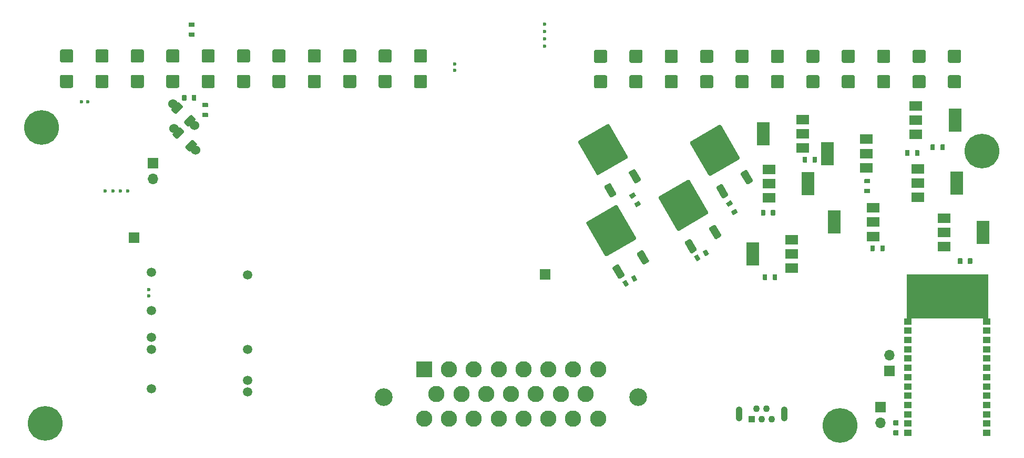
<source format=gts>
G04 #@! TF.GenerationSoftware,KiCad,Pcbnew,8.0.2-8.0.2-0~ubuntu22.04.1*
G04 #@! TF.CreationDate,2024-05-27T17:13:05+00:00*
G04 #@! TF.ProjectId,uaeficopiedtovfr,75616566-6963-46f7-9069-6564746f7666,rev?*
G04 #@! TF.SameCoordinates,Original*
G04 #@! TF.FileFunction,Soldermask,Top*
G04 #@! TF.FilePolarity,Negative*
%FSLAX46Y46*%
G04 Gerber Fmt 4.6, Leading zero omitted, Abs format (unit mm)*
G04 Created by KiCad (PCBNEW 8.0.2-8.0.2-0~ubuntu22.04.1) date 2024-05-27 17:13:05*
%MOMM*%
%LPD*%
G01*
G04 APERTURE LIST*
%ADD10C,0.120000*%
%ADD11R,2.000000X1.500000*%
%ADD12R,2.000000X3.800000*%
%ADD13R,1.700000X1.700000*%
%ADD14C,5.600000*%
%ADD15O,1.700000X1.700000*%
%ADD16C,0.600000*%
%ADD17C,1.500000*%
%ADD18C,2.850000*%
%ADD19R,2.625000X2.625000*%
%ADD20C,2.625000*%
%ADD21R,1.100000X1.100000*%
%ADD22C,1.100000*%
%ADD23O,1.100000X2.400000*%
%ADD24C,1.524000*%
%ADD25R,1.300000X1.000000*%
G04 APERTURE END LIST*
D10*
G04 #@! TO.C,U2*
X156759000Y22030000D02*
X143759000Y22030000D01*
X143759000Y29030000D01*
X156759000Y29030000D01*
X156759000Y22030000D01*
G36*
X156759000Y22030000D02*
G01*
X143759000Y22030000D01*
X143759000Y29030000D01*
X156759000Y29030000D01*
X156759000Y22030000D01*
G37*
G04 #@! TD*
D11*
G04 #@! TO.C,Q7*
X126954000Y49442000D03*
X126954000Y51742000D03*
X126954000Y54042000D03*
D12*
X120654000Y51742000D03*
G04 #@! TD*
G04 #@! TO.C,R32*
G36*
G01*
X149860000Y49943000D02*
X149860000Y49163000D01*
G75*
G02*
X149790000Y49093000I-70000J0D01*
G01*
X149230000Y49093000D01*
G75*
G02*
X149160000Y49163000I0J70000D01*
G01*
X149160000Y49943000D01*
G75*
G02*
X149230000Y50013000I70000J0D01*
G01*
X149790000Y50013000D01*
G75*
G02*
X149860000Y49943000I0J-70000D01*
G01*
G37*
G36*
G01*
X148260000Y49943000D02*
X148260000Y49163000D01*
G75*
G02*
X148190000Y49093000I-70000J0D01*
G01*
X147630000Y49093000D01*
G75*
G02*
X147560000Y49163000I0J70000D01*
G01*
X147560000Y49943000D01*
G75*
G02*
X147630000Y50013000I70000J0D01*
G01*
X148190000Y50013000D01*
G75*
G02*
X148260000Y49943000I0J-70000D01*
G01*
G37*
G04 #@! TD*
G04 #@! TO.C,R31*
G36*
G01*
X143477000Y48236928D02*
X143477000Y49016928D01*
G75*
G02*
X143547000Y49086928I70000J0D01*
G01*
X144107000Y49086928D01*
G75*
G02*
X144177000Y49016928I0J-70000D01*
G01*
X144177000Y48236928D01*
G75*
G02*
X144107000Y48166928I-70000J0D01*
G01*
X143547000Y48166928D01*
G75*
G02*
X143477000Y48236928I0J70000D01*
G01*
G37*
G36*
G01*
X145077000Y48236928D02*
X145077000Y49016928D01*
G75*
G02*
X145147000Y49086928I70000J0D01*
G01*
X145707000Y49086928D01*
G75*
G02*
X145777000Y49016928I0J-70000D01*
G01*
X145777000Y48236928D01*
G75*
G02*
X145707000Y48166928I-70000J0D01*
G01*
X145147000Y48166928D01*
G75*
G02*
X145077000Y48236928I0J70000D01*
G01*
G37*
G04 #@! TD*
G04 #@! TO.C,R29*
G36*
G01*
X137754928Y42142000D02*
X136974928Y42142000D01*
G75*
G02*
X136904928Y42212000I0J70000D01*
G01*
X136904928Y42772000D01*
G75*
G02*
X136974928Y42842000I70000J0D01*
G01*
X137754928Y42842000D01*
G75*
G02*
X137824928Y42772000I0J-70000D01*
G01*
X137824928Y42212000D01*
G75*
G02*
X137754928Y42142000I-70000J0D01*
G01*
G37*
G36*
G01*
X137754928Y43742000D02*
X136974928Y43742000D01*
G75*
G02*
X136904928Y43812000I0J70000D01*
G01*
X136904928Y44372000D01*
G75*
G02*
X136974928Y44442000I70000J0D01*
G01*
X137754928Y44442000D01*
G75*
G02*
X137824928Y44372000I0J-70000D01*
G01*
X137824928Y43812000D01*
G75*
G02*
X137754928Y43742000I-70000J0D01*
G01*
G37*
G04 #@! TD*
D11*
G04 #@! TO.C,Q9*
X125229000Y30059000D03*
X125229000Y32359000D03*
X125229000Y34659000D03*
D12*
X118929000Y32359000D03*
G04 #@! TD*
G04 #@! TO.C,Q1*
G36*
G01*
X114883109Y41670372D02*
X114276891Y41320372D01*
G75*
G02*
X113935385Y41411878I-125000J216506D01*
G01*
X113085385Y42884122D01*
G75*
G02*
X113176891Y43225628I216506J125000D01*
G01*
X113783109Y43575628D01*
G75*
G02*
X114124615Y43484122I125000J-216506D01*
G01*
X114974615Y42011878D01*
G75*
G02*
X114883109Y41670372I-216506J-125000D01*
G01*
G37*
G36*
G01*
X116749508Y47597680D02*
X112159569Y44947677D01*
G75*
G02*
X111818066Y45039182I-124999J216504D01*
G01*
X108868063Y50148737D01*
G75*
G02*
X108959569Y50490240I216504J124999D01*
G01*
X113549508Y53140243D01*
G75*
G02*
X113891010Y53048737I124998J-216504D01*
G01*
X116841013Y47939182D01*
G75*
G02*
X116749508Y47597680I-216504J-124998D01*
G01*
G37*
G36*
G01*
X118832185Y43950372D02*
X118225967Y43600372D01*
G75*
G02*
X117884461Y43691878I-125000J216506D01*
G01*
X117034461Y45164122D01*
G75*
G02*
X117125967Y45505628I216506J125000D01*
G01*
X117732185Y45855628D01*
G75*
G02*
X118073691Y45764122I125000J-216506D01*
G01*
X118923691Y44291878D01*
G75*
G02*
X118832185Y43950372I-216506J-125000D01*
G01*
G37*
G04 #@! TD*
G04 #@! TO.C,Q4*
G36*
G01*
X96852033Y41810372D02*
X96245815Y41460372D01*
G75*
G02*
X95904309Y41551878I-125000J216506D01*
G01*
X95054309Y43024122D01*
G75*
G02*
X95145815Y43365628I216506J125000D01*
G01*
X95752033Y43715628D01*
G75*
G02*
X96093539Y43624122I125000J-216506D01*
G01*
X96943539Y42151878D01*
G75*
G02*
X96852033Y41810372I-216506J-125000D01*
G01*
G37*
G36*
G01*
X98718432Y47737680D02*
X94128493Y45087677D01*
G75*
G02*
X93786990Y45179182I-124999J216504D01*
G01*
X90836987Y50288737D01*
G75*
G02*
X90928493Y50630240I216504J124999D01*
G01*
X95518432Y53280243D01*
G75*
G02*
X95859934Y53188737I124998J-216504D01*
G01*
X98809937Y48079182D01*
G75*
G02*
X98718432Y47737680I-216504J-124998D01*
G01*
G37*
G36*
G01*
X100801109Y44090372D02*
X100194891Y43740372D01*
G75*
G02*
X99853385Y43831878I-125000J216506D01*
G01*
X99003385Y45304122D01*
G75*
G02*
X99094891Y45645628I216506J125000D01*
G01*
X99701109Y45995628D01*
G75*
G02*
X100042615Y45904122I125000J-216506D01*
G01*
X100892615Y44431878D01*
G75*
G02*
X100801109Y44090372I-216506J-125000D01*
G01*
G37*
G04 #@! TD*
G04 #@! TO.C,R1*
G36*
G01*
X28957000Y67393000D02*
X28177000Y67393000D01*
G75*
G02*
X28107000Y67463000I0J70000D01*
G01*
X28107000Y68023000D01*
G75*
G02*
X28177000Y68093000I70000J0D01*
G01*
X28957000Y68093000D01*
G75*
G02*
X29027000Y68023000I0J-70000D01*
G01*
X29027000Y67463000D01*
G75*
G02*
X28957000Y67393000I-70000J0D01*
G01*
G37*
G36*
G01*
X28957000Y68993000D02*
X28177000Y68993000D01*
G75*
G02*
X28107000Y69063000I0J70000D01*
G01*
X28107000Y69623000D01*
G75*
G02*
X28177000Y69693000I70000J0D01*
G01*
X28957000Y69693000D01*
G75*
G02*
X29027000Y69623000I0J-70000D01*
G01*
X29027000Y69063000D01*
G75*
G02*
X28957000Y68993000I-70000J0D01*
G01*
G37*
G04 #@! TD*
D13*
G04 #@! TO.C,VR2*
X85470000Y29045000D03*
G04 #@! TD*
D14*
G04 #@! TO.C,H2*
X4425000Y52731000D03*
G04 #@! TD*
G04 #@! TO.C,H1*
X155885000Y48938000D03*
G04 #@! TD*
D13*
G04 #@! TO.C,JP3*
X139494000Y7635000D03*
D15*
X139494000Y5095000D03*
G04 #@! TD*
G04 #@! TO.C,R30*
G36*
G01*
X140178000Y33631072D02*
X140178000Y32851072D01*
G75*
G02*
X140108000Y32781072I-70000J0D01*
G01*
X139548000Y32781072D01*
G75*
G02*
X139478000Y32851072I0J70000D01*
G01*
X139478000Y33631072D01*
G75*
G02*
X139548000Y33701072I70000J0D01*
G01*
X140108000Y33701072D01*
G75*
G02*
X140178000Y33631072I0J-70000D01*
G01*
G37*
G36*
G01*
X138578000Y33631072D02*
X138578000Y32851072D01*
G75*
G02*
X138508000Y32781072I-70000J0D01*
G01*
X137948000Y32781072D01*
G75*
G02*
X137878000Y32851072I0J70000D01*
G01*
X137878000Y33631072D01*
G75*
G02*
X137948000Y33701072I70000J0D01*
G01*
X138508000Y33701072D01*
G75*
G02*
X138578000Y33631072I0J-70000D01*
G01*
G37*
G04 #@! TD*
D16*
G04 #@! TO.C,M3*
X15867000Y42486000D03*
X14667000Y42486000D03*
X17067000Y42486000D03*
X18267000Y42486000D03*
X11807000Y56911000D03*
X10807000Y56911000D03*
G04 #@! TD*
G04 #@! TO.C,R2*
G36*
G01*
X29314000Y57922000D02*
X29314000Y57142000D01*
G75*
G02*
X29244000Y57072000I-70000J0D01*
G01*
X28684000Y57072000D01*
G75*
G02*
X28614000Y57142000I0J70000D01*
G01*
X28614000Y57922000D01*
G75*
G02*
X28684000Y57992000I70000J0D01*
G01*
X29244000Y57992000D01*
G75*
G02*
X29314000Y57922000I0J-70000D01*
G01*
G37*
G36*
G01*
X27714000Y57922000D02*
X27714000Y57142000D01*
G75*
G02*
X27644000Y57072000I-70000J0D01*
G01*
X27084000Y57072000D01*
G75*
G02*
X27014000Y57142000I0J70000D01*
G01*
X27014000Y57922000D01*
G75*
G02*
X27084000Y57992000I70000J0D01*
G01*
X27644000Y57992000D01*
G75*
G02*
X27714000Y57922000I0J-70000D01*
G01*
G37*
G04 #@! TD*
D11*
G04 #@! TO.C,Q14*
X138324000Y35162000D03*
X138324000Y37462000D03*
X138324000Y39762000D03*
D12*
X132024000Y37462000D03*
G04 #@! TD*
D13*
G04 #@! TO.C,JP2*
X22311000Y46987000D03*
D15*
X22311000Y44447000D03*
G04 #@! TD*
D14*
G04 #@! TO.C,H4*
X5000000Y5000000D03*
G04 #@! TD*
G04 #@! TO.C,Q3*
G36*
G01*
X109796109Y32814372D02*
X109189891Y32464372D01*
G75*
G02*
X108848385Y32555878I-125000J216506D01*
G01*
X107998385Y34028122D01*
G75*
G02*
X108089891Y34369628I216506J125000D01*
G01*
X108696109Y34719628D01*
G75*
G02*
X109037615Y34628122I125000J-216506D01*
G01*
X109887615Y33155878D01*
G75*
G02*
X109796109Y32814372I-216506J-125000D01*
G01*
G37*
G36*
G01*
X111662508Y38741680D02*
X107072569Y36091677D01*
G75*
G02*
X106731066Y36183182I-124999J216504D01*
G01*
X103781063Y41292737D01*
G75*
G02*
X103872569Y41634240I216504J124999D01*
G01*
X108462508Y44284243D01*
G75*
G02*
X108804010Y44192737I124998J-216504D01*
G01*
X111754013Y39083182D01*
G75*
G02*
X111662508Y38741680I-216504J-124998D01*
G01*
G37*
G36*
G01*
X113745185Y35094372D02*
X113138967Y34744372D01*
G75*
G02*
X112797461Y34835878I-125000J216506D01*
G01*
X111947461Y36308122D01*
G75*
G02*
X112038967Y36649628I216506J125000D01*
G01*
X112645185Y36999628D01*
G75*
G02*
X112986691Y36908122I125000J-216506D01*
G01*
X113836691Y35435878D01*
G75*
G02*
X113745185Y35094372I-216506J-125000D01*
G01*
G37*
G04 #@! TD*
D17*
G04 #@! TO.C,M1*
X22089005Y10557001D03*
X22089005Y16956998D03*
X22089005Y18857001D03*
X22089005Y23157001D03*
D16*
X21639006Y25556998D03*
X21639006Y26556999D03*
D17*
X22089005Y29407001D03*
X37589002Y10106999D03*
X37589002Y11956998D03*
X37589002Y16907001D03*
X37589002Y28956999D03*
G04 #@! TD*
D11*
G04 #@! TO.C,Q13*
X137258000Y46252000D03*
X137258000Y48552000D03*
X137258000Y50852000D03*
D12*
X130958000Y48552000D03*
G04 #@! TD*
D11*
G04 #@! TO.C,Q8*
X121556000Y46011000D03*
X121556000Y43711000D03*
X121556000Y41411000D03*
D12*
X127856000Y43711000D03*
G04 #@! TD*
G04 #@! TO.C,C1*
G36*
G01*
X142344994Y3064999D02*
X141664994Y3064999D01*
G75*
G02*
X141579994Y3149999I0J85000D01*
G01*
X141579994Y3829999D01*
G75*
G02*
X141664994Y3914999I85000J0D01*
G01*
X142344994Y3914999D01*
G75*
G02*
X142429994Y3829999I0J-85000D01*
G01*
X142429994Y3149999D01*
G75*
G02*
X142344994Y3064999I-85000J0D01*
G01*
G37*
G36*
G01*
X142344994Y4645001D02*
X141664994Y4645001D01*
G75*
G02*
X141579994Y4730001I0J85000D01*
G01*
X141579994Y5410001D01*
G75*
G02*
X141664994Y5495001I85000J0D01*
G01*
X142344994Y5495001D01*
G75*
G02*
X142429994Y5410001I0J-85000D01*
G01*
X142429994Y4730001D01*
G75*
G02*
X142344994Y4645001I-85000J0D01*
G01*
G37*
G04 #@! TD*
G04 #@! TO.C,R10*
G36*
G01*
X98353071Y27066250D02*
X97963071Y27741750D01*
G75*
G02*
X97988693Y27837372I60622J35000D01*
G01*
X98473667Y28117372D01*
G75*
G02*
X98569289Y28091750I35000J-60622D01*
G01*
X98959289Y27416250D01*
G75*
G02*
X98933667Y27320628I-60622J-35000D01*
G01*
X98448693Y27040628D01*
G75*
G02*
X98353071Y27066250I-35000J60622D01*
G01*
G37*
G36*
G01*
X99738711Y27866250D02*
X99348711Y28541750D01*
G75*
G02*
X99374333Y28637372I60622J35000D01*
G01*
X99859307Y28917372D01*
G75*
G02*
X99954929Y28891750I35000J-60622D01*
G01*
X100344929Y28216250D01*
G75*
G02*
X100319307Y28120628I-60622J-35000D01*
G01*
X99834333Y27840628D01*
G75*
G02*
X99738711Y27866250I-35000J60622D01*
G01*
G37*
G04 #@! TD*
G04 #@! TO.C,R22*
G36*
G01*
X120254000Y38585928D02*
X120254000Y39365928D01*
G75*
G02*
X120324000Y39435928I70000J0D01*
G01*
X120884000Y39435928D01*
G75*
G02*
X120954000Y39365928I0J-70000D01*
G01*
X120954000Y38585928D01*
G75*
G02*
X120884000Y38515928I-70000J0D01*
G01*
X120324000Y38515928D01*
G75*
G02*
X120254000Y38585928I0J70000D01*
G01*
G37*
G36*
G01*
X121854000Y38585928D02*
X121854000Y39365928D01*
G75*
G02*
X121924000Y39435928I70000J0D01*
G01*
X122484000Y39435928D01*
G75*
G02*
X122554000Y39365928I0J-70000D01*
G01*
X122554000Y38585928D01*
G75*
G02*
X122484000Y38515928I-70000J0D01*
G01*
X121924000Y38515928D01*
G75*
G02*
X121854000Y38585928I0J70000D01*
G01*
G37*
G04 #@! TD*
G04 #@! TO.C,R11*
G36*
G01*
X109890071Y31201250D02*
X109500071Y31876750D01*
G75*
G02*
X109525693Y31972372I60622J35000D01*
G01*
X110010667Y32252372D01*
G75*
G02*
X110106289Y32226750I35000J-60622D01*
G01*
X110496289Y31551250D01*
G75*
G02*
X110470667Y31455628I-60622J-35000D01*
G01*
X109985693Y31175628D01*
G75*
G02*
X109890071Y31201250I-35000J60622D01*
G01*
G37*
G36*
G01*
X111275711Y32001250D02*
X110885711Y32676750D01*
G75*
G02*
X110911333Y32772372I60622J35000D01*
G01*
X111396307Y33052372D01*
G75*
G02*
X111491929Y33026750I35000J-60622D01*
G01*
X111881929Y32351250D01*
G75*
G02*
X111856307Y32255628I-60622J-35000D01*
G01*
X111371333Y31975628D01*
G75*
G02*
X111275711Y32001250I-35000J60622D01*
G01*
G37*
G04 #@! TD*
D18*
G04 #@! TO.C,J4*
X59507000Y9220000D03*
X100507000Y9220000D03*
D19*
X66007000Y13720000D03*
D20*
X70007000Y13720000D03*
X74007000Y13720000D03*
X78007000Y13720000D03*
X82007000Y13720000D03*
X86007000Y13720000D03*
X90007000Y13720000D03*
X94007000Y13720000D03*
X68007000Y9720000D03*
X72007000Y9720000D03*
X76007000Y9720000D03*
X80007000Y9720000D03*
X84007000Y9720000D03*
X88007000Y9720000D03*
X92007000Y9720000D03*
X66007000Y5720000D03*
X70007000Y5720000D03*
X74007000Y5720000D03*
X78007000Y5720000D03*
X82007000Y5720000D03*
X86007000Y5720000D03*
X90007000Y5720000D03*
X94007000Y5720000D03*
G04 #@! TD*
G04 #@! TO.C,Q2*
G36*
G01*
X98171571Y28713065D02*
X97565353Y28363065D01*
G75*
G02*
X97223847Y28454571I-125000J216506D01*
G01*
X96373847Y29926815D01*
G75*
G02*
X96465353Y30268321I216506J125000D01*
G01*
X97071571Y30618321D01*
G75*
G02*
X97413077Y30526815I125000J-216506D01*
G01*
X98263077Y29054571D01*
G75*
G02*
X98171571Y28713065I-216506J-125000D01*
G01*
G37*
G36*
G01*
X100037970Y34640373D02*
X95448031Y31990370D01*
G75*
G02*
X95106528Y32081875I-124999J216504D01*
G01*
X92156525Y37191430D01*
G75*
G02*
X92248031Y37532933I216504J124999D01*
G01*
X96837970Y40182936D01*
G75*
G02*
X97179472Y40091430I124998J-216504D01*
G01*
X100129475Y34981875D01*
G75*
G02*
X100037970Y34640373I-216504J-124998D01*
G01*
G37*
G36*
G01*
X102120647Y30993065D02*
X101514429Y30643065D01*
G75*
G02*
X101172923Y30734571I-125000J216506D01*
G01*
X100322923Y32206815D01*
G75*
G02*
X100414429Y32548321I216506J125000D01*
G01*
X101020647Y32898321D01*
G75*
G02*
X101362153Y32806815I125000J-216506D01*
G01*
X102212153Y31334571D01*
G75*
G02*
X102120647Y30993065I-216506J-125000D01*
G01*
G37*
G04 #@! TD*
G04 #@! TO.C,U1*
G36*
G01*
X150375000Y59331001D02*
X150375000Y60930999D01*
G75*
G02*
X150625001Y61181000I250001J0D01*
G01*
X152224999Y61181000D01*
G75*
G02*
X152475000Y60930999I0J-250001D01*
G01*
X152475000Y59331001D01*
G75*
G02*
X152224999Y59081000I-250001J0D01*
G01*
X150625001Y59081000D01*
G75*
G02*
X150375000Y59331001I0J250001D01*
G01*
G37*
G36*
G01*
X144675000Y59331001D02*
X144675000Y60930999D01*
G75*
G02*
X144925001Y61181000I250001J0D01*
G01*
X146524999Y61181000D01*
G75*
G02*
X146775000Y60930999I0J-250001D01*
G01*
X146775000Y59331001D01*
G75*
G02*
X146524999Y59081000I-250001J0D01*
G01*
X144925001Y59081000D01*
G75*
G02*
X144675000Y59331001I0J250001D01*
G01*
G37*
G36*
G01*
X138975000Y59331001D02*
X138975000Y60930999D01*
G75*
G02*
X139225001Y61181000I250001J0D01*
G01*
X140824999Y61181000D01*
G75*
G02*
X141075000Y60930999I0J-250001D01*
G01*
X141075000Y59331001D01*
G75*
G02*
X140824999Y59081000I-250001J0D01*
G01*
X139225001Y59081000D01*
G75*
G02*
X138975000Y59331001I0J250001D01*
G01*
G37*
G36*
G01*
X133275000Y59331001D02*
X133275000Y60930999D01*
G75*
G02*
X133525001Y61181000I250001J0D01*
G01*
X135124999Y61181000D01*
G75*
G02*
X135375000Y60930999I0J-250001D01*
G01*
X135375000Y59331001D01*
G75*
G02*
X135124999Y59081000I-250001J0D01*
G01*
X133525001Y59081000D01*
G75*
G02*
X133275000Y59331001I0J250001D01*
G01*
G37*
G36*
G01*
X127575000Y59331001D02*
X127575000Y60930999D01*
G75*
G02*
X127825001Y61181000I250001J0D01*
G01*
X129424999Y61181000D01*
G75*
G02*
X129675000Y60930999I0J-250001D01*
G01*
X129675000Y59331001D01*
G75*
G02*
X129424999Y59081000I-250001J0D01*
G01*
X127825001Y59081000D01*
G75*
G02*
X127575000Y59331001I0J250001D01*
G01*
G37*
G36*
G01*
X121875000Y59331001D02*
X121875000Y60930999D01*
G75*
G02*
X122125001Y61181000I250001J0D01*
G01*
X123724999Y61181000D01*
G75*
G02*
X123975000Y60930999I0J-250001D01*
G01*
X123975000Y59331001D01*
G75*
G02*
X123724999Y59081000I-250001J0D01*
G01*
X122125001Y59081000D01*
G75*
G02*
X121875000Y59331001I0J250001D01*
G01*
G37*
G36*
G01*
X116175000Y59331001D02*
X116175000Y60930999D01*
G75*
G02*
X116425001Y61181000I250001J0D01*
G01*
X118024999Y61181000D01*
G75*
G02*
X118275000Y60930999I0J-250001D01*
G01*
X118275000Y59331001D01*
G75*
G02*
X118024999Y59081000I-250001J0D01*
G01*
X116425001Y59081000D01*
G75*
G02*
X116175000Y59331001I0J250001D01*
G01*
G37*
G36*
G01*
X110475000Y59331001D02*
X110475000Y60930999D01*
G75*
G02*
X110725001Y61181000I250001J0D01*
G01*
X112324999Y61181000D01*
G75*
G02*
X112575000Y60930999I0J-250001D01*
G01*
X112575000Y59331001D01*
G75*
G02*
X112324999Y59081000I-250001J0D01*
G01*
X110725001Y59081000D01*
G75*
G02*
X110475000Y59331001I0J250001D01*
G01*
G37*
G36*
G01*
X104775000Y59331001D02*
X104775000Y60930999D01*
G75*
G02*
X105025001Y61181000I250001J0D01*
G01*
X106624999Y61181000D01*
G75*
G02*
X106875000Y60930999I0J-250001D01*
G01*
X106875000Y59331001D01*
G75*
G02*
X106624999Y59081000I-250001J0D01*
G01*
X105025001Y59081000D01*
G75*
G02*
X104775000Y59331001I0J250001D01*
G01*
G37*
G36*
G01*
X99075000Y59331001D02*
X99075000Y60930999D01*
G75*
G02*
X99325001Y61181000I250001J0D01*
G01*
X100924999Y61181000D01*
G75*
G02*
X101175000Y60930999I0J-250001D01*
G01*
X101175000Y59331001D01*
G75*
G02*
X100924999Y59081000I-250001J0D01*
G01*
X99325001Y59081000D01*
G75*
G02*
X99075000Y59331001I0J250001D01*
G01*
G37*
G36*
G01*
X93375000Y59331001D02*
X93375000Y60930999D01*
G75*
G02*
X93625001Y61181000I250001J0D01*
G01*
X95224999Y61181000D01*
G75*
G02*
X95475000Y60930999I0J-250001D01*
G01*
X95475000Y59331001D01*
G75*
G02*
X95224999Y59081000I-250001J0D01*
G01*
X93625001Y59081000D01*
G75*
G02*
X93375000Y59331001I0J250001D01*
G01*
G37*
G36*
G01*
X150375000Y63431001D02*
X150375000Y65030999D01*
G75*
G02*
X150625001Y65281000I250001J0D01*
G01*
X152224999Y65281000D01*
G75*
G02*
X152475000Y65030999I0J-250001D01*
G01*
X152475000Y63431001D01*
G75*
G02*
X152224999Y63181000I-250001J0D01*
G01*
X150625001Y63181000D01*
G75*
G02*
X150375000Y63431001I0J250001D01*
G01*
G37*
G36*
G01*
X144675000Y63431001D02*
X144675000Y65030999D01*
G75*
G02*
X144925001Y65281000I250001J0D01*
G01*
X146524999Y65281000D01*
G75*
G02*
X146775000Y65030999I0J-250001D01*
G01*
X146775000Y63431001D01*
G75*
G02*
X146524999Y63181000I-250001J0D01*
G01*
X144925001Y63181000D01*
G75*
G02*
X144675000Y63431001I0J250001D01*
G01*
G37*
G36*
G01*
X138975000Y63431001D02*
X138975000Y65030999D01*
G75*
G02*
X139225001Y65281000I250001J0D01*
G01*
X140824999Y65281000D01*
G75*
G02*
X141075000Y65030999I0J-250001D01*
G01*
X141075000Y63431001D01*
G75*
G02*
X140824999Y63181000I-250001J0D01*
G01*
X139225001Y63181000D01*
G75*
G02*
X138975000Y63431001I0J250001D01*
G01*
G37*
G36*
G01*
X133275000Y63431001D02*
X133275000Y65030999D01*
G75*
G02*
X133525001Y65281000I250001J0D01*
G01*
X135124999Y65281000D01*
G75*
G02*
X135375000Y65030999I0J-250001D01*
G01*
X135375000Y63431001D01*
G75*
G02*
X135124999Y63181000I-250001J0D01*
G01*
X133525001Y63181000D01*
G75*
G02*
X133275000Y63431001I0J250001D01*
G01*
G37*
G36*
G01*
X127575000Y63431001D02*
X127575000Y65030999D01*
G75*
G02*
X127825001Y65281000I250001J0D01*
G01*
X129424999Y65281000D01*
G75*
G02*
X129675000Y65030999I0J-250001D01*
G01*
X129675000Y63431001D01*
G75*
G02*
X129424999Y63181000I-250001J0D01*
G01*
X127825001Y63181000D01*
G75*
G02*
X127575000Y63431001I0J250001D01*
G01*
G37*
G36*
G01*
X121875000Y63431001D02*
X121875000Y65030999D01*
G75*
G02*
X122125001Y65281000I250001J0D01*
G01*
X123724999Y65281000D01*
G75*
G02*
X123975000Y65030999I0J-250001D01*
G01*
X123975000Y63431001D01*
G75*
G02*
X123724999Y63181000I-250001J0D01*
G01*
X122125001Y63181000D01*
G75*
G02*
X121875000Y63431001I0J250001D01*
G01*
G37*
G36*
G01*
X116175000Y63431001D02*
X116175000Y65030999D01*
G75*
G02*
X116425001Y65281000I250001J0D01*
G01*
X118024999Y65281000D01*
G75*
G02*
X118275000Y65030999I0J-250001D01*
G01*
X118275000Y63431001D01*
G75*
G02*
X118024999Y63181000I-250001J0D01*
G01*
X116425001Y63181000D01*
G75*
G02*
X116175000Y63431001I0J250001D01*
G01*
G37*
G36*
G01*
X110475000Y63431001D02*
X110475000Y65030999D01*
G75*
G02*
X110725001Y65281000I250001J0D01*
G01*
X112324999Y65281000D01*
G75*
G02*
X112575000Y65030999I0J-250001D01*
G01*
X112575000Y63431001D01*
G75*
G02*
X112324999Y63181000I-250001J0D01*
G01*
X110725001Y63181000D01*
G75*
G02*
X110475000Y63431001I0J250001D01*
G01*
G37*
G36*
G01*
X104775000Y63431001D02*
X104775000Y65030999D01*
G75*
G02*
X105025001Y65281000I250001J0D01*
G01*
X106624999Y65281000D01*
G75*
G02*
X106875000Y65030999I0J-250001D01*
G01*
X106875000Y63431001D01*
G75*
G02*
X106624999Y63181000I-250001J0D01*
G01*
X105025001Y63181000D01*
G75*
G02*
X104775000Y63431001I0J250001D01*
G01*
G37*
G36*
G01*
X99075000Y63431001D02*
X99075000Y65030999D01*
G75*
G02*
X99325001Y65281000I250001J0D01*
G01*
X100924999Y65281000D01*
G75*
G02*
X101175000Y65030999I0J-250001D01*
G01*
X101175000Y63431001D01*
G75*
G02*
X100924999Y63181000I-250001J0D01*
G01*
X99325001Y63181000D01*
G75*
G02*
X99075000Y63431001I0J250001D01*
G01*
G37*
G36*
G01*
X93375000Y63431001D02*
X93375000Y65030999D01*
G75*
G02*
X93625001Y65281000I250001J0D01*
G01*
X95224999Y65281000D01*
G75*
G02*
X95475000Y65030999I0J-250001D01*
G01*
X95475000Y63431001D01*
G75*
G02*
X95224999Y63181000I-250001J0D01*
G01*
X93625001Y63181000D01*
G75*
G02*
X93375000Y63431001I0J250001D01*
G01*
G37*
G36*
G01*
X64375000Y59381001D02*
X64375000Y60980999D01*
G75*
G02*
X64625001Y61231000I250001J0D01*
G01*
X66224999Y61231000D01*
G75*
G02*
X66475000Y60980999I0J-250001D01*
G01*
X66475000Y59381001D01*
G75*
G02*
X66224999Y59131000I-250001J0D01*
G01*
X64625001Y59131000D01*
G75*
G02*
X64375000Y59381001I0J250001D01*
G01*
G37*
G36*
G01*
X58675000Y59381001D02*
X58675000Y60980999D01*
G75*
G02*
X58925001Y61231000I250001J0D01*
G01*
X60524999Y61231000D01*
G75*
G02*
X60775000Y60980999I0J-250001D01*
G01*
X60775000Y59381001D01*
G75*
G02*
X60524999Y59131000I-250001J0D01*
G01*
X58925001Y59131000D01*
G75*
G02*
X58675000Y59381001I0J250001D01*
G01*
G37*
G36*
G01*
X52975000Y59381001D02*
X52975000Y60980999D01*
G75*
G02*
X53225001Y61231000I250001J0D01*
G01*
X54824999Y61231000D01*
G75*
G02*
X55075000Y60980999I0J-250001D01*
G01*
X55075000Y59381001D01*
G75*
G02*
X54824999Y59131000I-250001J0D01*
G01*
X53225001Y59131000D01*
G75*
G02*
X52975000Y59381001I0J250001D01*
G01*
G37*
G36*
G01*
X47275000Y59381001D02*
X47275000Y60980999D01*
G75*
G02*
X47525001Y61231000I250001J0D01*
G01*
X49124999Y61231000D01*
G75*
G02*
X49375000Y60980999I0J-250001D01*
G01*
X49375000Y59381001D01*
G75*
G02*
X49124999Y59131000I-250001J0D01*
G01*
X47525001Y59131000D01*
G75*
G02*
X47275000Y59381001I0J250001D01*
G01*
G37*
G36*
G01*
X41575000Y59381001D02*
X41575000Y60980999D01*
G75*
G02*
X41825001Y61231000I250001J0D01*
G01*
X43424999Y61231000D01*
G75*
G02*
X43675000Y60980999I0J-250001D01*
G01*
X43675000Y59381001D01*
G75*
G02*
X43424999Y59131000I-250001J0D01*
G01*
X41825001Y59131000D01*
G75*
G02*
X41575000Y59381001I0J250001D01*
G01*
G37*
G36*
G01*
X35875000Y59381001D02*
X35875000Y60980999D01*
G75*
G02*
X36125001Y61231000I250001J0D01*
G01*
X37724999Y61231000D01*
G75*
G02*
X37975000Y60980999I0J-250001D01*
G01*
X37975000Y59381001D01*
G75*
G02*
X37724999Y59131000I-250001J0D01*
G01*
X36125001Y59131000D01*
G75*
G02*
X35875000Y59381001I0J250001D01*
G01*
G37*
G36*
G01*
X30175000Y59381001D02*
X30175000Y60980999D01*
G75*
G02*
X30425001Y61231000I250001J0D01*
G01*
X32024999Y61231000D01*
G75*
G02*
X32275000Y60980999I0J-250001D01*
G01*
X32275000Y59381001D01*
G75*
G02*
X32024999Y59131000I-250001J0D01*
G01*
X30425001Y59131000D01*
G75*
G02*
X30175000Y59381001I0J250001D01*
G01*
G37*
G36*
G01*
X24475000Y59381001D02*
X24475000Y60980999D01*
G75*
G02*
X24725001Y61231000I250001J0D01*
G01*
X26324999Y61231000D01*
G75*
G02*
X26575000Y60980999I0J-250001D01*
G01*
X26575000Y59381001D01*
G75*
G02*
X26324999Y59131000I-250001J0D01*
G01*
X24725001Y59131000D01*
G75*
G02*
X24475000Y59381001I0J250001D01*
G01*
G37*
G36*
G01*
X18775000Y59381001D02*
X18775000Y60980999D01*
G75*
G02*
X19025001Y61231000I250001J0D01*
G01*
X20624999Y61231000D01*
G75*
G02*
X20875000Y60980999I0J-250001D01*
G01*
X20875000Y59381001D01*
G75*
G02*
X20624999Y59131000I-250001J0D01*
G01*
X19025001Y59131000D01*
G75*
G02*
X18775000Y59381001I0J250001D01*
G01*
G37*
G36*
G01*
X13075000Y59381001D02*
X13075000Y60980999D01*
G75*
G02*
X13325001Y61231000I250001J0D01*
G01*
X14924999Y61231000D01*
G75*
G02*
X15175000Y60980999I0J-250001D01*
G01*
X15175000Y59381001D01*
G75*
G02*
X14924999Y59131000I-250001J0D01*
G01*
X13325001Y59131000D01*
G75*
G02*
X13075000Y59381001I0J250001D01*
G01*
G37*
G36*
G01*
X7375000Y59381001D02*
X7375000Y60980999D01*
G75*
G02*
X7625001Y61231000I250001J0D01*
G01*
X9224999Y61231000D01*
G75*
G02*
X9475000Y60980999I0J-250001D01*
G01*
X9475000Y59381001D01*
G75*
G02*
X9224999Y59131000I-250001J0D01*
G01*
X7625001Y59131000D01*
G75*
G02*
X7375000Y59381001I0J250001D01*
G01*
G37*
G36*
G01*
X64375000Y63481001D02*
X64375000Y65080999D01*
G75*
G02*
X64625001Y65331000I250001J0D01*
G01*
X66224999Y65331000D01*
G75*
G02*
X66475000Y65080999I0J-250001D01*
G01*
X66475000Y63481001D01*
G75*
G02*
X66224999Y63231000I-250001J0D01*
G01*
X64625001Y63231000D01*
G75*
G02*
X64375000Y63481001I0J250001D01*
G01*
G37*
G36*
G01*
X58675000Y63481001D02*
X58675000Y65080999D01*
G75*
G02*
X58925001Y65331000I250001J0D01*
G01*
X60524999Y65331000D01*
G75*
G02*
X60775000Y65080999I0J-250001D01*
G01*
X60775000Y63481001D01*
G75*
G02*
X60524999Y63231000I-250001J0D01*
G01*
X58925001Y63231000D01*
G75*
G02*
X58675000Y63481001I0J250001D01*
G01*
G37*
G36*
G01*
X52975000Y63481001D02*
X52975000Y65080999D01*
G75*
G02*
X53225001Y65331000I250001J0D01*
G01*
X54824999Y65331000D01*
G75*
G02*
X55075000Y65080999I0J-250001D01*
G01*
X55075000Y63481001D01*
G75*
G02*
X54824999Y63231000I-250001J0D01*
G01*
X53225001Y63231000D01*
G75*
G02*
X52975000Y63481001I0J250001D01*
G01*
G37*
G36*
G01*
X47275000Y63481001D02*
X47275000Y65080999D01*
G75*
G02*
X47525001Y65331000I250001J0D01*
G01*
X49124999Y65331000D01*
G75*
G02*
X49375000Y65080999I0J-250001D01*
G01*
X49375000Y63481001D01*
G75*
G02*
X49124999Y63231000I-250001J0D01*
G01*
X47525001Y63231000D01*
G75*
G02*
X47275000Y63481001I0J250001D01*
G01*
G37*
G36*
G01*
X41575000Y63481001D02*
X41575000Y65080999D01*
G75*
G02*
X41825001Y65331000I250001J0D01*
G01*
X43424999Y65331000D01*
G75*
G02*
X43675000Y65080999I0J-250001D01*
G01*
X43675000Y63481001D01*
G75*
G02*
X43424999Y63231000I-250001J0D01*
G01*
X41825001Y63231000D01*
G75*
G02*
X41575000Y63481001I0J250001D01*
G01*
G37*
G36*
G01*
X35875000Y63481001D02*
X35875000Y65080999D01*
G75*
G02*
X36125001Y65331000I250001J0D01*
G01*
X37724999Y65331000D01*
G75*
G02*
X37975000Y65080999I0J-250001D01*
G01*
X37975000Y63481001D01*
G75*
G02*
X37724999Y63231000I-250001J0D01*
G01*
X36125001Y63231000D01*
G75*
G02*
X35875000Y63481001I0J250001D01*
G01*
G37*
G36*
G01*
X30175000Y63481001D02*
X30175000Y65080999D01*
G75*
G02*
X30425001Y65331000I250001J0D01*
G01*
X32024999Y65331000D01*
G75*
G02*
X32275000Y65080999I0J-250001D01*
G01*
X32275000Y63481001D01*
G75*
G02*
X32024999Y63231000I-250001J0D01*
G01*
X30425001Y63231000D01*
G75*
G02*
X30175000Y63481001I0J250001D01*
G01*
G37*
G36*
G01*
X24475000Y63481001D02*
X24475000Y65080999D01*
G75*
G02*
X24725001Y65331000I250001J0D01*
G01*
X26324999Y65331000D01*
G75*
G02*
X26575000Y65080999I0J-250001D01*
G01*
X26575000Y63481001D01*
G75*
G02*
X26324999Y63231000I-250001J0D01*
G01*
X24725001Y63231000D01*
G75*
G02*
X24475000Y63481001I0J250001D01*
G01*
G37*
G36*
G01*
X18775000Y63481001D02*
X18775000Y65080999D01*
G75*
G02*
X19025001Y65331000I250001J0D01*
G01*
X20624999Y65331000D01*
G75*
G02*
X20875000Y65080999I0J-250001D01*
G01*
X20875000Y63481001D01*
G75*
G02*
X20624999Y63231000I-250001J0D01*
G01*
X19025001Y63231000D01*
G75*
G02*
X18775000Y63481001I0J250001D01*
G01*
G37*
G36*
G01*
X13075000Y63481001D02*
X13075000Y65080999D01*
G75*
G02*
X13325001Y65331000I250001J0D01*
G01*
X14924999Y65331000D01*
G75*
G02*
X15175000Y65080999I0J-250001D01*
G01*
X15175000Y63481001D01*
G75*
G02*
X14924999Y63231000I-250001J0D01*
G01*
X13325001Y63231000D01*
G75*
G02*
X13075000Y63481001I0J250001D01*
G01*
G37*
G36*
G01*
X7375000Y63481001D02*
X7375000Y65080999D01*
G75*
G02*
X7625001Y65331000I250001J0D01*
G01*
X9224999Y65331000D01*
G75*
G02*
X9475000Y65080999I0J-250001D01*
G01*
X9475000Y63481001D01*
G75*
G02*
X9224999Y63231000I-250001J0D01*
G01*
X7625001Y63231000D01*
G75*
G02*
X7375000Y63481001I0J250001D01*
G01*
G37*
G04 #@! TD*
D16*
G04 #@! TO.C,M4*
X85383000Y67056000D03*
X85383000Y65856000D03*
X85383000Y68256000D03*
X85383000Y69456000D03*
X70958000Y62996000D03*
X70958000Y61996000D03*
G04 #@! TD*
G04 #@! TO.C,R21*
G36*
G01*
X129276000Y47948000D02*
X129276000Y47168000D01*
G75*
G02*
X129206000Y47098000I-70000J0D01*
G01*
X128646000Y47098000D01*
G75*
G02*
X128576000Y47168000I0J70000D01*
G01*
X128576000Y47948000D01*
G75*
G02*
X128646000Y48018000I70000J0D01*
G01*
X129206000Y48018000D01*
G75*
G02*
X129276000Y47948000I0J-70000D01*
G01*
G37*
G36*
G01*
X127676000Y47948000D02*
X127676000Y47168000D01*
G75*
G02*
X127606000Y47098000I-70000J0D01*
G01*
X127046000Y47098000D01*
G75*
G02*
X126976000Y47168000I0J70000D01*
G01*
X126976000Y47948000D01*
G75*
G02*
X127046000Y48018000I70000J0D01*
G01*
X127606000Y48018000D01*
G75*
G02*
X127676000Y47948000I0J-70000D01*
G01*
G37*
G04 #@! TD*
G04 #@! TO.C,R24*
G36*
G01*
X154292000Y31558000D02*
X154292000Y30778000D01*
G75*
G02*
X154222000Y30708000I-70000J0D01*
G01*
X153662000Y30708000D01*
G75*
G02*
X153592000Y30778000I0J70000D01*
G01*
X153592000Y31558000D01*
G75*
G02*
X153662000Y31628000I70000J0D01*
G01*
X154222000Y31628000D01*
G75*
G02*
X154292000Y31558000I0J-70000D01*
G01*
G37*
G36*
G01*
X152692000Y31558000D02*
X152692000Y30778000D01*
G75*
G02*
X152622000Y30708000I-70000J0D01*
G01*
X152062000Y30708000D01*
G75*
G02*
X151992000Y30778000I0J70000D01*
G01*
X151992000Y31558000D01*
G75*
G02*
X152062000Y31628000I70000J0D01*
G01*
X152622000Y31628000D01*
G75*
G02*
X152692000Y31558000I0J-70000D01*
G01*
G37*
G04 #@! TD*
D14*
G04 #@! TO.C,H1*
X132964000Y4651000D03*
G04 #@! TD*
D13*
G04 #@! TO.C,JP1*
X140970000Y13451000D03*
D15*
X140970000Y15991000D03*
G04 #@! TD*
D13*
G04 #@! TO.C,VR1*
X19310000Y34994000D03*
G04 #@! TD*
D11*
G04 #@! TO.C,Q15*
X145484000Y46095000D03*
X145484000Y43795000D03*
X145484000Y41495000D03*
D12*
X151784000Y43795000D03*
G04 #@! TD*
D21*
G04 #@! TO.C,J8*
X118752000Y5627000D03*
D22*
X119552000Y7377000D03*
X120352000Y5627000D03*
X121152000Y7377000D03*
X121952000Y5627000D03*
D23*
X116702000Y6502000D03*
X124002000Y6502000D03*
G04 #@! TD*
G04 #@! TO.C,R9*
G36*
G01*
X114665250Y40583929D02*
X115340750Y40973929D01*
G75*
G02*
X115436372Y40948307I35000J-60622D01*
G01*
X115716372Y40463333D01*
G75*
G02*
X115690750Y40367711I-60622J-35000D01*
G01*
X115015250Y39977711D01*
G75*
G02*
X114919628Y40003333I-35000J60622D01*
G01*
X114639628Y40488307D01*
G75*
G02*
X114665250Y40583929I60622J35000D01*
G01*
G37*
G36*
G01*
X115465250Y39198289D02*
X116140750Y39588289D01*
G75*
G02*
X116236372Y39562667I35000J-60622D01*
G01*
X116516372Y39077693D01*
G75*
G02*
X116490750Y38982071I-60622J-35000D01*
G01*
X115815250Y38592071D01*
G75*
G02*
X115719628Y38617693I-35000J60622D01*
G01*
X115439628Y39102667D01*
G75*
G02*
X115465250Y39198289I60622J35000D01*
G01*
G37*
G04 #@! TD*
G04 #@! TO.C,R15*
G36*
G01*
X100900750Y40266251D02*
X100225250Y39876251D01*
G75*
G02*
X100129628Y39901873I-35000J60622D01*
G01*
X99849628Y40386847D01*
G75*
G02*
X99875250Y40482469I60622J35000D01*
G01*
X100550750Y40872469D01*
G75*
G02*
X100646372Y40846847I35000J-60622D01*
G01*
X100926372Y40361873D01*
G75*
G02*
X100900750Y40266251I-60622J-35000D01*
G01*
G37*
G36*
G01*
X100100750Y41651891D02*
X99425250Y41261891D01*
G75*
G02*
X99329628Y41287513I-35000J60622D01*
G01*
X99049628Y41772487D01*
G75*
G02*
X99075250Y41868109I60622J35000D01*
G01*
X99750750Y42258109D01*
G75*
G02*
X99846372Y42232487I35000J-60622D01*
G01*
X100126372Y41747513D01*
G75*
G02*
X100100750Y41651891I-60622J-35000D01*
G01*
G37*
G04 #@! TD*
D11*
G04 #@! TO.C,Q10*
X149737000Y38082000D03*
X149737000Y35782000D03*
X149737000Y33482000D03*
D12*
X156037000Y35782000D03*
G04 #@! TD*
D24*
G04 #@! TO.C,F2*
X25517588Y56584412D03*
G36*
G01*
X25832243Y54996964D02*
X25344340Y55484867D01*
G75*
G02*
X25344340Y55810137I162635J162635D01*
G01*
X26291863Y56757660D01*
G75*
G02*
X26617133Y56757660I162635J-162635D01*
G01*
X27105036Y56269757D01*
G75*
G02*
X27105036Y55944487I-162635J-162635D01*
G01*
X26157513Y54996964D01*
G75*
G02*
X25832243Y54996964I-162635J162635D01*
G01*
G37*
G36*
G01*
X27882867Y52946340D02*
X27394964Y53434243D01*
G75*
G02*
X27394964Y53759513I162635J162635D01*
G01*
X28342487Y54707036D01*
G75*
G02*
X28667757Y54707036I162635J-162635D01*
G01*
X29155660Y54219133D01*
G75*
G02*
X29155660Y53893863I-162635J-162635D01*
G01*
X28208137Y52946340D01*
G75*
G02*
X27882867Y52946340I-162635J162635D01*
G01*
G37*
X28982412Y53119588D03*
G04 #@! TD*
D25*
G04 #@! TO.C,U2*
X143909000Y21455000D03*
X143909000Y19955000D03*
X143909000Y18455000D03*
X143909000Y16955000D03*
X143909000Y15455000D03*
X143909000Y13955000D03*
X143909000Y12455000D03*
X143909000Y10955000D03*
X143909000Y9455000D03*
X143909000Y7955000D03*
X143909000Y6455000D03*
X143909000Y4955000D03*
X143909000Y3455000D03*
X156609000Y3455000D03*
X156609000Y4955000D03*
X156609000Y6455000D03*
X156609000Y7955000D03*
X156609000Y9455000D03*
X156609000Y10955000D03*
X156609000Y12455000D03*
X156609000Y13955000D03*
X156609000Y15455000D03*
X156609000Y16955000D03*
X156609000Y18455000D03*
X156609000Y19955000D03*
X156609000Y21455000D03*
G04 #@! TD*
G04 #@! TO.C,R23*
G36*
G01*
X120561000Y28208000D02*
X120561000Y28988000D01*
G75*
G02*
X120631000Y29058000I70000J0D01*
G01*
X121191000Y29058000D01*
G75*
G02*
X121261000Y28988000I0J-70000D01*
G01*
X121261000Y28208000D01*
G75*
G02*
X121191000Y28138000I-70000J0D01*
G01*
X120631000Y28138000D01*
G75*
G02*
X120561000Y28208000I0J70000D01*
G01*
G37*
G36*
G01*
X122161000Y28208000D02*
X122161000Y28988000D01*
G75*
G02*
X122231000Y29058000I70000J0D01*
G01*
X122791000Y29058000D01*
G75*
G02*
X122861000Y28988000I0J-70000D01*
G01*
X122861000Y28208000D01*
G75*
G02*
X122791000Y28138000I-70000J0D01*
G01*
X122231000Y28138000D01*
G75*
G02*
X122161000Y28208000I0J70000D01*
G01*
G37*
G04 #@! TD*
D24*
G04 #@! TO.C,F1*
X25723588Y52557412D03*
G36*
G01*
X26038243Y50969964D02*
X25550340Y51457867D01*
G75*
G02*
X25550340Y51783137I162635J162635D01*
G01*
X26497863Y52730660D01*
G75*
G02*
X26823133Y52730660I162635J-162635D01*
G01*
X27311036Y52242757D01*
G75*
G02*
X27311036Y51917487I-162635J-162635D01*
G01*
X26363513Y50969964D01*
G75*
G02*
X26038243Y50969964I-162635J162635D01*
G01*
G37*
G36*
G01*
X28088867Y48919340D02*
X27600964Y49407243D01*
G75*
G02*
X27600964Y49732513I162635J162635D01*
G01*
X28548487Y50680036D01*
G75*
G02*
X28873757Y50680036I162635J-162635D01*
G01*
X29361660Y50192133D01*
G75*
G02*
X29361660Y49866863I-162635J-162635D01*
G01*
X28414137Y48919340D01*
G75*
G02*
X28088867Y48919340I-162635J162635D01*
G01*
G37*
X29188412Y49092588D03*
G04 #@! TD*
G04 #@! TO.C,R3*
G36*
G01*
X31132000Y54405000D02*
X30352000Y54405000D01*
G75*
G02*
X30282000Y54475000I0J70000D01*
G01*
X30282000Y55035000D01*
G75*
G02*
X30352000Y55105000I70000J0D01*
G01*
X31132000Y55105000D01*
G75*
G02*
X31202000Y55035000I0J-70000D01*
G01*
X31202000Y54475000D01*
G75*
G02*
X31132000Y54405000I-70000J0D01*
G01*
G37*
G36*
G01*
X31132000Y56005000D02*
X30352000Y56005000D01*
G75*
G02*
X30282000Y56075000I0J70000D01*
G01*
X30282000Y56635000D01*
G75*
G02*
X30352000Y56705000I70000J0D01*
G01*
X31132000Y56705000D01*
G75*
G02*
X31202000Y56635000I0J-70000D01*
G01*
X31202000Y56075000D01*
G75*
G02*
X31132000Y56005000I-70000J0D01*
G01*
G37*
G04 #@! TD*
D11*
G04 #@! TO.C,Q16*
X145216000Y56236000D03*
X145216000Y53936000D03*
X145216000Y51636000D03*
D12*
X151516000Y53936000D03*
G04 #@! TD*
M02*

</source>
